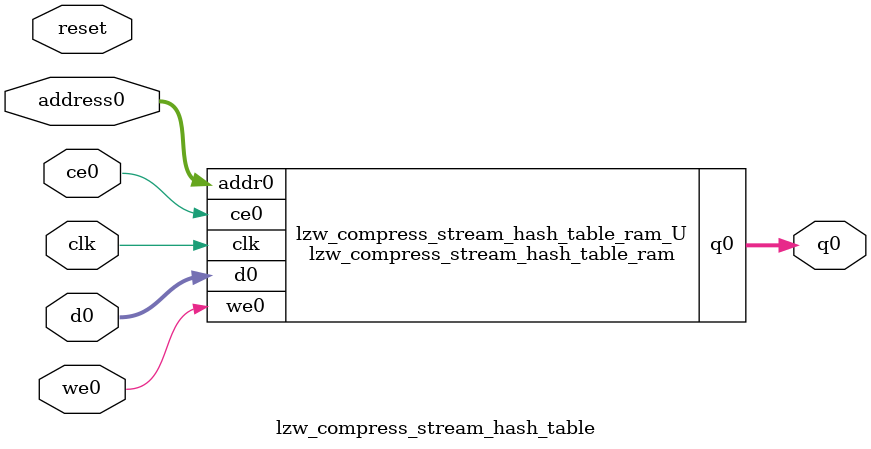
<source format=v>
`timescale 1 ns / 1 ps
module lzw_compress_stream_hash_table_ram (addr0, ce0, d0, we0, q0,  clk);

parameter DWIDTH = 33;
parameter AWIDTH = 15;
parameter MEM_SIZE = 32768;

input[AWIDTH-1:0] addr0;
input ce0;
input[DWIDTH-1:0] d0;
input we0;
output reg[DWIDTH-1:0] q0;
input clk;

reg [DWIDTH-1:0] ram[0:MEM_SIZE-1];




always @(posedge clk)  
begin 
    if (ce0) begin
        if (we0) 
            ram[addr0] <= d0; 
        q0 <= ram[addr0];
    end
end


endmodule

`timescale 1 ns / 1 ps
module lzw_compress_stream_hash_table(
    reset,
    clk,
    address0,
    ce0,
    we0,
    d0,
    q0);

parameter DataWidth = 32'd33;
parameter AddressRange = 32'd32768;
parameter AddressWidth = 32'd15;
input reset;
input clk;
input[AddressWidth - 1:0] address0;
input ce0;
input we0;
input[DataWidth - 1:0] d0;
output[DataWidth - 1:0] q0;



lzw_compress_stream_hash_table_ram lzw_compress_stream_hash_table_ram_U(
    .clk( clk ),
    .addr0( address0 ),
    .ce0( ce0 ),
    .we0( we0 ),
    .d0( d0 ),
    .q0( q0 ));

endmodule


</source>
